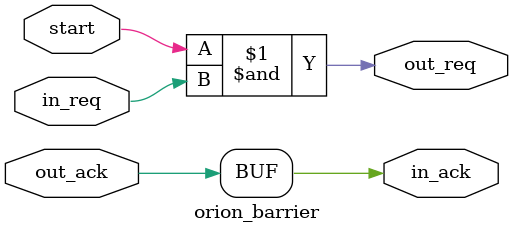
<source format=v>
`timescale 1ns/1ps

module orion_barrier (
  input  wire start,
  input  wire in_req,
  output wire in_ack,
  output wire out_req,
  input  wire out_ack
);

assign in_ack = out_ack;
assign out_req = start & in_req;

endmodule

</source>
